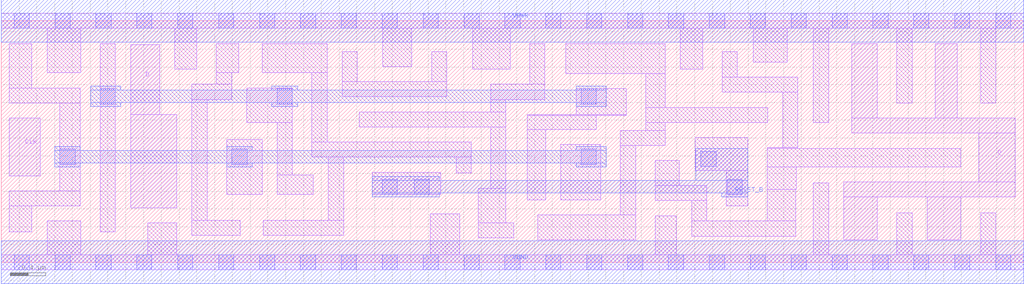
<source format=lef>
# Copyright 2020 The SkyWater PDK Authors
#
# Licensed under the Apache License, Version 2.0 (the "License");
# you may not use this file except in compliance with the License.
# You may obtain a copy of the License at
#
#     https://www.apache.org/licenses/LICENSE-2.0
#
# Unless required by applicable law or agreed to in writing, software
# distributed under the License is distributed on an "AS IS" BASIS,
# WITHOUT WARRANTIES OR CONDITIONS OF ANY KIND, either express or implied.
# See the License for the specific language governing permissions and
# limitations under the License.
#
# SPDX-License-Identifier: Apache-2.0

VERSION 5.7 ;
BUSBITCHARS "[]" ;
DIVIDERCHAR "/" ;
PROPERTYDEFINITIONS
  MACRO maskLayoutSubType STRING ;
  MACRO prCellType STRING ;
  MACRO originalViewName STRING ;
END PROPERTYDEFINITIONS
MACRO sky130_fd_sc_hdll__dfrtp_4
  ORIGIN  0.000000  0.000000 ;
  CLASS CORE ;
  SYMMETRY X Y R90 ;
  SIZE  11.50000 BY  2.720000 ;
  SITE unithd ;
  PIN CLK
    ANTENNAGATEAREA  0.178200 ;
    DIRECTION INPUT ;
    USE SIGNAL ;
    PORT
      LAYER li1 ;
        RECT 0.090000 0.975000 0.440000 1.625000 ;
    END
  END CLK
  PIN D
    ANTENNAGATEAREA  0.138600 ;
    DIRECTION INPUT ;
    USE SIGNAL ;
    PORT
      LAYER li1 ;
        RECT 1.455000 0.615000 1.975000 1.665000 ;
        RECT 1.455000 1.665000 1.780000 2.450000 ;
    END
  END D
  PIN Q
    ANTENNADIFFAREA  0.996000 ;
    DIRECTION OUTPUT ;
    USE SIGNAL ;
    PORT
      LAYER li1 ;
        RECT  9.475000 0.255000  9.855000 0.735000 ;
        RECT  9.475000 0.735000 11.405000 0.905000 ;
        RECT  9.565000 1.455000 11.405000 1.625000 ;
        RECT  9.565000 1.625000  9.855000 2.465000 ;
        RECT 10.415000 0.255000 10.795000 0.735000 ;
        RECT 10.505000 1.625000 10.755000 2.465000 ;
        RECT 10.995000 0.905000 11.405000 1.455000 ;
    END
  END Q
  PIN RESET_B
    DIRECTION INPUT ;
    USE SIGNAL ;
    PORT
      LAYER met1 ;
        RECT 4.175000 0.735000 4.925000 0.780000 ;
        RECT 4.175000 0.780000 8.395000 0.920000 ;
        RECT 4.175000 0.920000 4.925000 0.965000 ;
        RECT 7.810000 0.920000 8.395000 1.280000 ;
        RECT 8.105000 0.735000 8.395000 0.780000 ;
    END
  END RESET_B
  PIN VGND
    DIRECTION INOUT ;
    USE SIGNAL ;
    PORT
      LAYER met1 ;
        RECT 0.000000 -0.240000 11.500000 0.240000 ;
    END
  END VGND
  PIN VPWR
    DIRECTION INOUT ;
    USE SIGNAL ;
    PORT
      LAYER met1 ;
        RECT 0.000000 2.480000 11.500000 2.960000 ;
    END
  END VPWR
  OBS
    LAYER li1 ;
      RECT  0.000000 -0.085000 11.500000 0.085000 ;
      RECT  0.000000  2.635000 11.500000 2.805000 ;
      RECT  0.090000  0.345000  0.345000 0.635000 ;
      RECT  0.090000  0.635000  0.890000 0.805000 ;
      RECT  0.090000  1.795000  0.890000 1.965000 ;
      RECT  0.090000  1.965000  0.345000 2.465000 ;
      RECT  0.515000  0.085000  0.895000 0.465000 ;
      RECT  0.515000  2.135000  0.895000 2.635000 ;
      RECT  0.660000  0.805000  0.890000 1.795000 ;
      RECT  1.115000  0.345000  1.285000 2.465000 ;
      RECT  1.645000  0.085000  1.975000 0.445000 ;
      RECT  1.950000  2.175000  2.200000 2.635000 ;
      RECT  2.145000  0.305000  2.690000 0.475000 ;
      RECT  2.145000  0.475000  2.315000 1.835000 ;
      RECT  2.145000  1.835000  2.590000 2.005000 ;
      RECT  2.420000  2.005000  2.590000 2.135000 ;
      RECT  2.420000  2.135000  2.670000 2.465000 ;
      RECT  2.535000  0.765000  2.935000 1.385000 ;
      RECT  2.760000  1.575000  3.275000 1.965000 ;
      RECT  2.935000  2.135000  3.665000 2.465000 ;
      RECT  2.945000  0.305000  3.850000 0.475000 ;
      RECT  3.105000  0.765000  3.510000 0.985000 ;
      RECT  3.105000  0.985000  3.275000 1.575000 ;
      RECT  3.495000  1.185000  5.285000 1.355000 ;
      RECT  3.495000  1.355000  3.665000 2.135000 ;
      RECT  3.680000  0.475000  3.850000 1.185000 ;
      RECT  3.835000  1.865000  5.010000 2.035000 ;
      RECT  3.835000  2.035000  4.005000 2.375000 ;
      RECT  4.025000  1.525000  5.675000 1.695000 ;
      RECT  4.175000  0.765000  4.945000 1.015000 ;
      RECT  4.290000  2.205000  4.620000 2.635000 ;
      RECT  4.825000  0.085000  5.155000 0.545000 ;
      RECT  4.840000  2.035000  5.010000 2.375000 ;
      RECT  5.115000  1.005000  5.285000 1.185000 ;
      RECT  5.305000  2.175000  5.725000 2.635000 ;
      RECT  5.365000  0.275000  5.765000 0.445000 ;
      RECT  5.365000  0.445000  5.675000 0.835000 ;
      RECT  5.505000  0.835000  5.675000 1.525000 ;
      RECT  5.505000  1.695000  5.675000 1.835000 ;
      RECT  5.505000  1.835000  6.115000 2.005000 ;
      RECT  5.915000  0.705000  6.125000 1.495000 ;
      RECT  5.915000  1.495000  6.690000 1.655000 ;
      RECT  5.915000  1.655000  7.030000 1.665000 ;
      RECT  5.945000  2.005000  6.115000 2.465000 ;
      RECT  6.035000  0.255000  7.135000 0.535000 ;
      RECT  6.295000  0.705000  6.745000 1.325000 ;
      RECT  6.350000  2.125000  7.470000 2.465000 ;
      RECT  6.470000  1.665000  7.030000 1.955000 ;
      RECT  6.965000  0.535000  7.135000 1.315000 ;
      RECT  6.965000  1.315000  7.470000 1.485000 ;
      RECT  7.250000  1.485000  7.470000 1.575000 ;
      RECT  7.250000  1.575000  8.620000 1.745000 ;
      RECT  7.250000  1.745000  7.470000 2.125000 ;
      RECT  7.355000  0.085000  7.595000 0.525000 ;
      RECT  7.355000  0.695000  7.935000 0.865000 ;
      RECT  7.355000  0.865000  7.625000 1.145000 ;
      RECT  7.640000  2.175000  7.890000 2.635000 ;
      RECT  7.765000  0.295000  8.935000 0.465000 ;
      RECT  7.765000  0.465000  7.935000 0.695000 ;
      RECT  7.805000  1.035000  8.395000 1.405000 ;
      RECT  8.110000  1.915000  8.960000 2.085000 ;
      RECT  8.110000  2.085000  8.280000 2.375000 ;
      RECT  8.155000  0.635000  8.395000 1.035000 ;
      RECT  8.460000  2.255000  8.840000 2.635000 ;
      RECT  8.615000  0.465000  8.935000 0.820000 ;
      RECT  8.615000  0.820000  8.940000 1.075000 ;
      RECT  8.615000  1.075000 10.795000 1.285000 ;
      RECT  8.615000  1.285000  8.960000 1.295000 ;
      RECT  8.790000  1.295000  8.960000 1.915000 ;
      RECT  9.135000  0.085000  9.305000 0.895000 ;
      RECT  9.135000  1.575000  9.305000 2.635000 ;
      RECT 10.075000  0.085000 10.245000 0.555000 ;
      RECT 10.075000  1.795000 10.245000 2.635000 ;
      RECT 11.015000  0.085000 11.185000 0.555000 ;
      RECT 11.015000  1.795000 11.185000 2.635000 ;
    LAYER mcon ;
      RECT  0.145000 -0.085000  0.315000 0.085000 ;
      RECT  0.145000  2.635000  0.315000 2.805000 ;
      RECT  0.605000 -0.085000  0.775000 0.085000 ;
      RECT  0.605000  2.635000  0.775000 2.805000 ;
      RECT  0.660000  1.105000  0.830000 1.275000 ;
      RECT  1.065000 -0.085000  1.235000 0.085000 ;
      RECT  1.065000  2.635000  1.235000 2.805000 ;
      RECT  1.115000  1.785000  1.285000 1.955000 ;
      RECT  1.525000 -0.085000  1.695000 0.085000 ;
      RECT  1.525000  2.635000  1.695000 2.805000 ;
      RECT  1.985000 -0.085000  2.155000 0.085000 ;
      RECT  1.985000  2.635000  2.155000 2.805000 ;
      RECT  2.445000 -0.085000  2.615000 0.085000 ;
      RECT  2.445000  2.635000  2.615000 2.805000 ;
      RECT  2.595000  1.105000  2.765000 1.275000 ;
      RECT  2.905000 -0.085000  3.075000 0.085000 ;
      RECT  2.905000  2.635000  3.075000 2.805000 ;
      RECT  3.105000  1.785000  3.275000 1.955000 ;
      RECT  3.365000 -0.085000  3.535000 0.085000 ;
      RECT  3.365000  2.635000  3.535000 2.805000 ;
      RECT  3.825000 -0.085000  3.995000 0.085000 ;
      RECT  3.825000  2.635000  3.995000 2.805000 ;
      RECT  4.285000 -0.085000  4.455000 0.085000 ;
      RECT  4.285000  0.765000  4.455000 0.935000 ;
      RECT  4.285000  2.635000  4.455000 2.805000 ;
      RECT  4.645000  0.765000  4.815000 0.935000 ;
      RECT  4.745000 -0.085000  4.915000 0.085000 ;
      RECT  4.745000  2.635000  4.915000 2.805000 ;
      RECT  5.205000 -0.085000  5.375000 0.085000 ;
      RECT  5.205000  2.635000  5.375000 2.805000 ;
      RECT  5.665000 -0.085000  5.835000 0.085000 ;
      RECT  5.665000  2.635000  5.835000 2.805000 ;
      RECT  6.125000 -0.085000  6.295000 0.085000 ;
      RECT  6.125000  2.635000  6.295000 2.805000 ;
      RECT  6.525000  1.105000  6.695000 1.275000 ;
      RECT  6.525000  1.785000  6.695000 1.955000 ;
      RECT  6.585000 -0.085000  6.755000 0.085000 ;
      RECT  6.585000  2.635000  6.755000 2.805000 ;
      RECT  7.045000 -0.085000  7.215000 0.085000 ;
      RECT  7.045000  2.635000  7.215000 2.805000 ;
      RECT  7.505000 -0.085000  7.675000 0.085000 ;
      RECT  7.505000  2.635000  7.675000 2.805000 ;
      RECT  7.870000  1.080000  8.040000 1.250000 ;
      RECT  7.965000 -0.085000  8.135000 0.085000 ;
      RECT  7.965000  2.635000  8.135000 2.805000 ;
      RECT  8.165000  0.765000  8.335000 0.935000 ;
      RECT  8.425000 -0.085000  8.595000 0.085000 ;
      RECT  8.425000  2.635000  8.595000 2.805000 ;
      RECT  8.885000 -0.085000  9.055000 0.085000 ;
      RECT  8.885000  2.635000  9.055000 2.805000 ;
      RECT  9.345000 -0.085000  9.515000 0.085000 ;
      RECT  9.345000  2.635000  9.515000 2.805000 ;
      RECT  9.805000 -0.085000  9.975000 0.085000 ;
      RECT  9.805000  2.635000  9.975000 2.805000 ;
      RECT 10.265000 -0.085000 10.435000 0.085000 ;
      RECT 10.265000  2.635000 10.435000 2.805000 ;
      RECT 10.725000 -0.085000 10.895000 0.085000 ;
      RECT 10.725000  2.635000 10.895000 2.805000 ;
      RECT 11.185000 -0.085000 11.355000 0.085000 ;
      RECT 11.185000  2.635000 11.355000 2.805000 ;
    LAYER met1 ;
      RECT 0.600000 1.075000 0.890000 1.120000 ;
      RECT 0.600000 1.120000 6.805000 1.260000 ;
      RECT 0.600000 1.260000 0.890000 1.305000 ;
      RECT 1.005000 1.755000 1.345000 1.800000 ;
      RECT 1.005000 1.800000 6.805000 1.940000 ;
      RECT 1.005000 1.940000 1.345000 1.985000 ;
      RECT 2.535000 1.075000 2.825000 1.120000 ;
      RECT 2.535000 1.260000 2.825000 1.305000 ;
      RECT 3.045000 1.755000 3.335000 1.800000 ;
      RECT 3.045000 1.940000 3.335000 1.985000 ;
      RECT 6.465000 1.075000 6.805000 1.120000 ;
      RECT 6.465000 1.260000 6.805000 1.305000 ;
      RECT 6.465000 1.755000 6.805000 1.800000 ;
      RECT 6.465000 1.940000 6.805000 1.985000 ;
  END
  PROPERTY maskLayoutSubType "abstract" ;
  PROPERTY prCellType "standard" ;
  PROPERTY originalViewName "layout" ;
END sky130_fd_sc_hdll__dfrtp_4

</source>
